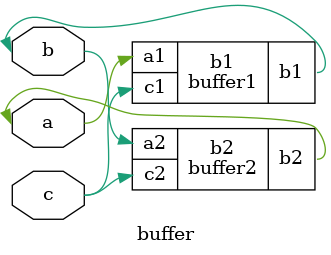
<source format=v>
module buffer1(input a1,c1,output reg b1);
 always@*
 begin
 if(c1)
 b1=a1;
 else
 b1=1'bz;
 end

endmodule

module buffer2(input a2,c2,output reg b2);
//Active low control
 always@*
 begin
 if(!c2)
 b2=a2;
 else
 b2=1'bz;
 end
endmodule
module buffer(a,c,b);
  input c;
  inout a,b;
     buffer1 b1(a,c,b);
     buffer2 b2(b,c,a);
endmodule

</source>
